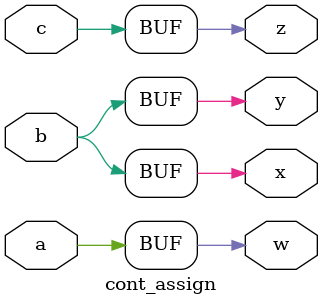
<source format=v>
module cont_assign (input a,b,c, output w,x,y,z);

assign w = a;
assign x = b;
assign y = b;
assign z = c;

endmodule


</source>
